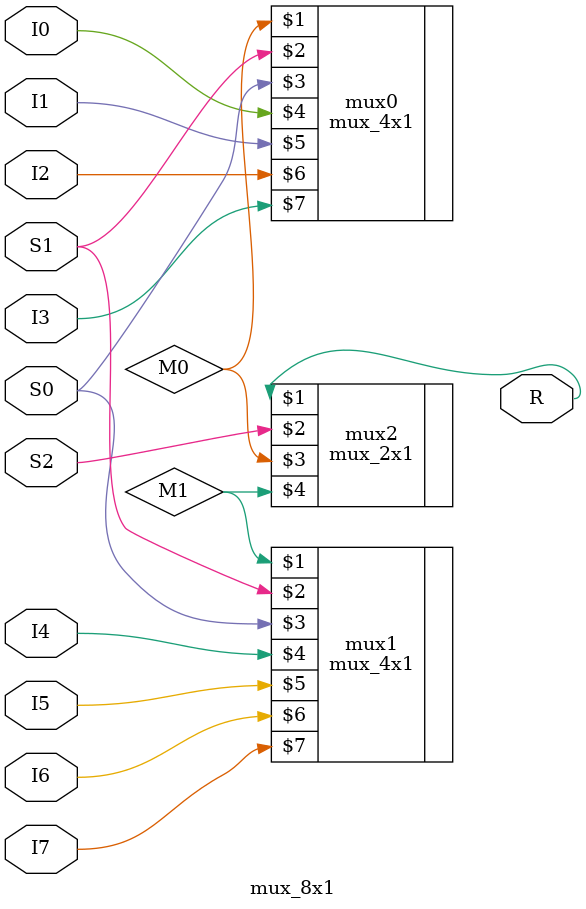
<source format=v>
module mux_8x1 (R, S2, S1, S0, I0, I1, I2, I3, I4, I5, I6, I7);
input S2, S1, S0, I0, I1, I2, I3, I4, I5, I6, I7;
output R;
wire M0, M1;

mux_4x1 mux0(M0, S1, S0, I0, I1, I2, I3);
mux_4x1 mux1(M1, S1, S0, I4, I5, I6, I7);
mux_2x1 mux2(R, S2, M0, M1);
endmodule

</source>
